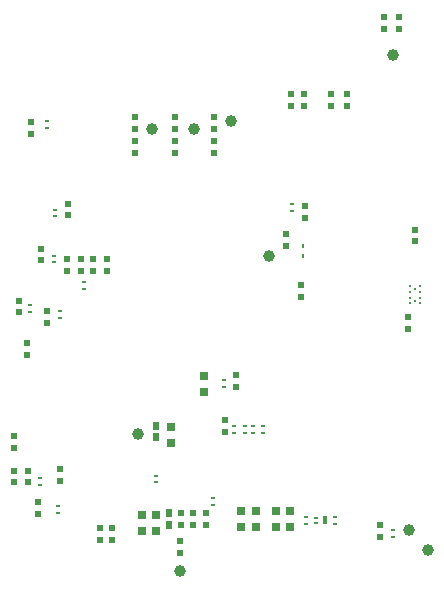
<source format=gbr>
%TF.GenerationSoftware,Altium Limited,Altium Designer,20.1.11 (218)*%
G04 Layer_Color=128*
%FSLAX45Y45*%
%MOMM*%
%TF.SameCoordinates,C7425212-4277-447C-8971-9BA6FDDE4791*%
%TF.FilePolarity,Positive*%
%TF.FileFunction,Paste,Bot*%
%TF.Part,Single*%
G01*
G75*
%TA.AperFunction,SMDPad,CuDef*%
%ADD32R,0.55000X0.60000*%
%ADD76R,0.50000X0.60000*%
%ADD77R,0.30000X0.27000*%
%ADD78R,0.80000X0.75000*%
%ADD79C,1.00000*%
%ADD80R,0.40000X0.70000*%
%ADD81R,0.40000X0.25000*%
%TA.AperFunction,BGAPad,CuDef*%
%ADD82C,0.25000*%
%TA.AperFunction,SMDPad,CuDef*%
%ADD83R,0.25000X0.36000*%
%ADD84R,0.50000X0.65000*%
D32*
X4700000Y2990002D02*
D03*
Y3090002D02*
D03*
X2090000Y2840000D02*
D03*
Y2740000D02*
D03*
X2329999Y3839999D02*
D03*
Y3740000D02*
D03*
X2669999Y3740001D02*
D03*
Y3840001D02*
D03*
X3000002D02*
D03*
Y3740001D02*
D03*
X1579997Y2300001D02*
D03*
Y2400001D02*
D03*
X2130001Y559999D02*
D03*
Y459999D02*
D03*
X1510002Y779999D02*
D03*
Y679999D02*
D03*
X2999998Y4039999D02*
D03*
Y3939999D02*
D03*
X2669999Y4040000D02*
D03*
Y3940001D02*
D03*
X2329999Y4040000D02*
D03*
Y3940001D02*
D03*
X2720002Y690000D02*
D03*
Y590000D02*
D03*
X2820002Y589999D02*
D03*
Y689999D02*
D03*
X3089999Y1480001D02*
D03*
Y1380001D02*
D03*
X2929998Y589999D02*
D03*
Y689999D02*
D03*
X2710000Y350001D02*
D03*
Y450001D02*
D03*
X3180001Y1759999D02*
D03*
Y1859999D02*
D03*
D76*
X2029998Y559999D02*
D03*
Y459999D02*
D03*
X4439999Y4789999D02*
D03*
Y4889999D02*
D03*
X4560002Y4789999D02*
D03*
Y4889999D02*
D03*
X4399998Y489999D02*
D03*
Y589999D02*
D03*
X4639999Y2349999D02*
D03*
Y2249999D02*
D03*
X1692502Y1059998D02*
D03*
Y959998D02*
D03*
X1449999Y4000002D02*
D03*
Y3900002D02*
D03*
X1530000Y2830000D02*
D03*
Y2930000D02*
D03*
X1410001Y2129999D02*
D03*
Y2029999D02*
D03*
X1749999Y2840000D02*
D03*
Y2740000D02*
D03*
X1869999Y2839998D02*
D03*
Y2739998D02*
D03*
X1349999Y2390001D02*
D03*
Y2490001D02*
D03*
X1760001Y3309999D02*
D03*
Y3209999D02*
D03*
X1970000Y2740000D02*
D03*
Y2840000D02*
D03*
X1300000Y1240000D02*
D03*
Y1340000D02*
D03*
X1419998Y1050002D02*
D03*
Y950002D02*
D03*
X1300000Y1049998D02*
D03*
Y949998D02*
D03*
X3729998Y2620000D02*
D03*
Y2520001D02*
D03*
X3610004Y3049999D02*
D03*
Y2949999D02*
D03*
X3770002Y3190002D02*
D03*
Y3290002D02*
D03*
X3650000Y4140000D02*
D03*
Y4240000D02*
D03*
X3759999Y4139999D02*
D03*
Y4239999D02*
D03*
X3989996Y4140000D02*
D03*
Y4240000D02*
D03*
X4120002Y4139999D02*
D03*
Y4239999D02*
D03*
D77*
X3170001Y1428502D02*
D03*
Y1371499D02*
D03*
X3410002Y1428501D02*
D03*
Y1371498D02*
D03*
X1520008Y931510D02*
D03*
Y988508D02*
D03*
X3780001Y601501D02*
D03*
Y658499D02*
D03*
X4019999Y658501D02*
D03*
Y601498D02*
D03*
X1900006Y2591507D02*
D03*
Y2648510D02*
D03*
X1579994Y4008491D02*
D03*
Y3951493D02*
D03*
X1640000Y2813003D02*
D03*
Y2870000D02*
D03*
X1439993Y2391495D02*
D03*
Y2448493D02*
D03*
X4509998Y491498D02*
D03*
Y548500D02*
D03*
X1650010Y3258510D02*
D03*
Y3201507D02*
D03*
X1690010Y2398508D02*
D03*
Y2341510D02*
D03*
X1680006Y748507D02*
D03*
Y691509D02*
D03*
X3660000Y3251501D02*
D03*
Y3308499D02*
D03*
X3329998Y1371503D02*
D03*
Y1428500D02*
D03*
X3259997Y1370003D02*
D03*
Y1427000D02*
D03*
X2509999Y1008501D02*
D03*
Y951498D02*
D03*
X2989999Y761498D02*
D03*
Y818501D02*
D03*
X3079999Y1761499D02*
D03*
Y1818502D02*
D03*
D78*
X3230001Y572501D02*
D03*
Y707502D02*
D03*
X3520001Y572501D02*
D03*
Y707502D02*
D03*
X2389998Y542498D02*
D03*
Y677499D02*
D03*
X3639998Y572502D02*
D03*
Y707503D02*
D03*
X3349999Y707499D02*
D03*
Y572498D02*
D03*
X2910001Y1712501D02*
D03*
Y1847502D02*
D03*
X2510002Y677500D02*
D03*
Y542499D02*
D03*
X2630000Y1417499D02*
D03*
Y1282498D02*
D03*
D79*
X3460000Y2870000D02*
D03*
X4510000Y4570000D02*
D03*
X2824998Y3944999D02*
D03*
X2470001Y3939998D02*
D03*
X3139998Y4010001D02*
D03*
X2710000Y200000D02*
D03*
X2350000Y1360000D02*
D03*
X4810001Y379999D02*
D03*
X4650000Y549998D02*
D03*
D80*
X3934999Y630000D02*
D03*
D81*
X3865002Y607501D02*
D03*
Y652499D02*
D03*
D82*
X4743500Y2464996D02*
D03*
Y2514999D02*
D03*
Y2564996D02*
D03*
Y2614999D02*
D03*
X4700000Y2490000D02*
D03*
Y2590000D02*
D03*
X4656500Y2464996D02*
D03*
Y2514999D02*
D03*
Y2564996D02*
D03*
Y2614999D02*
D03*
D83*
X3750000Y2865997D02*
D03*
Y2950000D02*
D03*
D84*
X2510002Y1427499D02*
D03*
Y1332498D02*
D03*
X2619998Y687499D02*
D03*
Y592498D02*
D03*
%TF.MD5,1eb0d902b87cc76f7e4ee17d81a000b9*%
M02*

</source>
